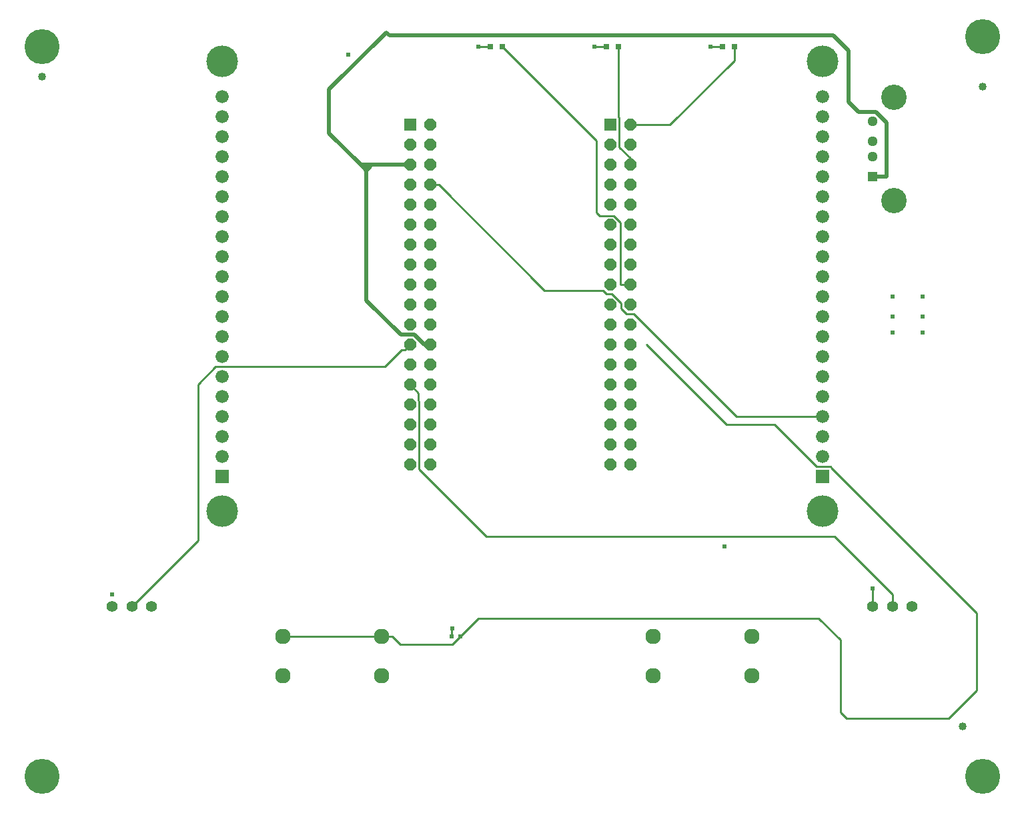
<source format=gbr>
G04 EAGLE Gerber RS-274X export*
G75*
%MOMM*%
%FSLAX34Y34*%
%LPD*%
%INBottom Copper*%
%IPPOS*%
%AMOC8*
5,1,8,0,0,1.08239X$1,22.5*%
G01*
%ADD10R,1.524000X1.524000*%
%ADD11P,1.649562X8X292.500000*%
%ADD12R,1.288000X1.288000*%
%ADD13C,1.288000*%
%ADD14C,3.220000*%
%ADD15C,1.400000*%
%ADD16R,0.800000X0.800000*%
%ADD17C,1.960000*%
%ADD18R,0.609600X0.508000*%
%ADD19R,1.676400X1.676400*%
%ADD20C,1.676400*%
%ADD21C,4.016000*%
%ADD22C,4.445000*%
%ADD23C,1.016000*%
%ADD24C,0.609600*%
%ADD25C,0.254000*%
%ADD26C,0.508000*%


D10*
X505200Y865460D03*
D11*
X530600Y865460D03*
X505200Y840060D03*
X530600Y840060D03*
X505200Y814660D03*
X530600Y814660D03*
X505200Y789260D03*
X530600Y789260D03*
X505200Y763860D03*
X530600Y763860D03*
X505200Y738460D03*
X530600Y738460D03*
X505200Y713060D03*
X530600Y713060D03*
X505200Y687660D03*
X530600Y687660D03*
X505200Y662260D03*
X530600Y662260D03*
X505200Y636860D03*
X530600Y636860D03*
X505200Y611460D03*
X530600Y611460D03*
X505200Y586060D03*
X530600Y586060D03*
X505200Y560660D03*
X530600Y560660D03*
X505200Y535260D03*
X530600Y535260D03*
X505200Y509860D03*
X530600Y509860D03*
X505200Y484460D03*
X530600Y484460D03*
X505200Y459060D03*
X530600Y459060D03*
X505200Y433660D03*
X530600Y433660D03*
D10*
X759200Y865460D03*
D11*
X784600Y865460D03*
X759200Y840060D03*
X784600Y840060D03*
X759200Y814660D03*
X784600Y814660D03*
X759200Y789260D03*
X784600Y789260D03*
X759200Y763860D03*
X784600Y763860D03*
X759200Y738460D03*
X784600Y738460D03*
X759200Y713060D03*
X784600Y713060D03*
X759200Y687660D03*
X784600Y687660D03*
X759200Y662260D03*
X784600Y662260D03*
X759200Y636860D03*
X784600Y636860D03*
X759200Y611460D03*
X784600Y611460D03*
X759200Y586060D03*
X784600Y586060D03*
X759200Y560660D03*
X784600Y560660D03*
X759200Y535260D03*
X784600Y535260D03*
X759200Y509860D03*
X784600Y509860D03*
X759200Y484460D03*
X784600Y484460D03*
X759200Y459060D03*
X784600Y459060D03*
X759200Y433660D03*
X784600Y433660D03*
D12*
X1092200Y800100D03*
D13*
X1092200Y825100D03*
X1092200Y845100D03*
X1092200Y870100D03*
D14*
X1119300Y769400D03*
X1119300Y900800D03*
D15*
X1142600Y254000D03*
X1117600Y254000D03*
X1092600Y254000D03*
X177400Y254000D03*
X152400Y254000D03*
X127400Y254000D03*
D16*
X622180Y965200D03*
X607180Y965200D03*
X769500Y965200D03*
X754500Y965200D03*
X916820Y965200D03*
X901820Y965200D03*
D17*
X938800Y215500D03*
X938800Y165500D03*
X813800Y165500D03*
X813800Y215500D03*
X468900Y215500D03*
X468900Y165500D03*
X343900Y165500D03*
X343900Y215500D03*
D18*
X569468Y215900D03*
X558292Y215900D03*
D19*
X266700Y419100D03*
D20*
X266700Y444500D03*
X266700Y469900D03*
X266700Y495300D03*
X266700Y520700D03*
X266700Y546100D03*
X266700Y571500D03*
X266700Y596900D03*
X266700Y622300D03*
X266700Y647700D03*
X266700Y673100D03*
X266700Y698500D03*
X266700Y723900D03*
X266700Y749300D03*
X266700Y774700D03*
X266700Y800100D03*
X266700Y825500D03*
X266700Y850900D03*
X266700Y876300D03*
X266700Y901700D03*
D19*
X1028700Y419100D03*
D20*
X1028700Y444500D03*
X1028700Y469900D03*
X1028700Y495300D03*
X1028700Y520700D03*
X1028700Y546100D03*
X1028700Y571500D03*
X1028700Y596900D03*
X1028700Y622300D03*
X1028700Y647700D03*
X1028700Y673100D03*
X1028700Y698500D03*
X1028700Y723900D03*
X1028700Y749300D03*
X1028700Y774700D03*
X1028700Y800100D03*
X1028700Y825500D03*
X1028700Y850900D03*
X1028700Y876300D03*
X1028700Y901700D03*
D21*
X1028700Y374650D03*
X1028700Y946150D03*
X266700Y374650D03*
X266700Y946150D03*
D22*
X1231900Y977900D03*
X1231900Y38100D03*
X38100Y38100D03*
X38100Y965200D03*
D23*
X1206500Y101600D03*
X38100Y927100D03*
X1231900Y914400D03*
D24*
X1117600Y647700D03*
X1117600Y622300D03*
X1117600Y601980D03*
X1155700Y601980D03*
X1155700Y622300D03*
X1155700Y647700D03*
X127000Y269240D03*
D25*
X1092200Y254400D02*
X1092600Y254000D01*
X1092200Y254400D02*
X1092200Y276860D01*
D24*
X1092200Y276860D03*
X426720Y955040D03*
D25*
X591820Y965200D02*
X607180Y965200D01*
D24*
X591820Y965200D03*
D25*
X739140Y965200D02*
X754500Y965200D01*
D24*
X739140Y965200D03*
D25*
X886460Y965200D02*
X901820Y965200D01*
D24*
X886460Y965200D03*
X904240Y330200D03*
D25*
X558292Y225552D02*
X558292Y215900D01*
X558292Y225552D02*
X558800Y226060D01*
D24*
X558800Y226060D03*
D26*
X1074180Y881620D02*
X1096972Y881620D01*
X1061480Y894320D02*
X1061480Y959728D01*
X1042278Y978930D01*
X1061480Y894320D02*
X1074180Y881620D01*
X479030Y978930D02*
X474980Y982980D01*
X402590Y910590D01*
X402590Y854710D01*
X442640Y814660D02*
X449580Y814660D01*
X505200Y814660D01*
X479030Y978930D02*
X1042278Y978930D01*
X442640Y814660D02*
X402590Y854710D01*
X1109980Y868612D02*
X1109980Y800100D01*
X1092200Y800100D01*
X1109980Y868612D02*
X1096972Y881620D01*
X449580Y814660D02*
X449580Y807720D01*
X449580Y642620D01*
X523161Y586060D02*
X530600Y586060D01*
X510461Y598760D02*
X493440Y598760D01*
X510461Y598760D02*
X523161Y586060D01*
X493440Y598760D02*
X449580Y642620D01*
X449580Y807720D02*
X442640Y814660D01*
X449580Y807720D02*
X454660Y812800D01*
D25*
X919480Y495300D02*
X1028700Y495300D01*
X779866Y625430D02*
X773170Y632126D01*
X754466Y650830D02*
X749976Y655320D01*
X779866Y625430D02*
X789350Y625430D01*
X773170Y632126D02*
X773170Y639055D01*
X761395Y650830D01*
X754466Y650830D01*
X541700Y789260D02*
X530600Y789260D01*
X789350Y625430D02*
X919480Y495300D01*
X749976Y655320D02*
X675640Y655320D01*
X541700Y789260D01*
X507320Y738460D02*
X505200Y738460D01*
X472440Y215500D02*
X468900Y215500D01*
X472440Y215500D02*
X483000Y215500D01*
X492760Y205740D01*
X559308Y205740D01*
X569468Y215900D01*
X468900Y215500D02*
X343900Y215500D01*
X569468Y215900D02*
X592328Y238760D01*
X1023620Y238760D01*
X1051290Y177244D02*
X1051560Y176974D01*
X1051560Y119380D01*
X1051290Y211090D02*
X1023620Y238760D01*
X1051290Y211090D02*
X1051290Y177244D01*
X1051560Y119380D02*
X1059180Y111760D01*
X1188720Y111760D01*
X1224280Y147320D01*
X1224280Y175260D01*
X1224280Y228600D01*
X1040892Y429060D02*
X1038660Y431292D01*
X1021588Y431292D01*
X1005840Y447040D01*
X1224280Y245672D02*
X1224280Y228600D01*
X1224280Y245672D02*
X1040892Y429060D01*
X1005840Y447040D02*
X967740Y485140D01*
X911860Y485140D01*
X906780Y485140D01*
X805180Y586740D01*
X741680Y845700D02*
X622180Y965200D01*
X741680Y845700D02*
X741680Y754380D01*
X746170Y749890D01*
X772145Y741680D02*
X772160Y741680D01*
X763935Y749890D02*
X746170Y749890D01*
X763935Y749890D02*
X772145Y741680D01*
X772160Y741680D02*
X772160Y662940D01*
X772840Y662260D01*
X784600Y662260D01*
X769500Y875788D02*
X769500Y965200D01*
X769500Y875788D02*
X770630Y874658D01*
X770630Y837190D01*
X784600Y823220D02*
X784600Y814660D01*
X784600Y823220D02*
X770630Y837190D01*
X916820Y947300D02*
X916820Y965200D01*
X834980Y865460D02*
X784600Y865460D01*
X834980Y865460D02*
X916820Y947300D01*
X236220Y337820D02*
X152400Y254000D01*
X236220Y337820D02*
X236220Y535940D01*
X258572Y558292D01*
X498850Y579710D02*
X505200Y586060D01*
X494530Y579710D02*
X473112Y558292D01*
X494530Y579710D02*
X498850Y579710D01*
X473112Y558292D02*
X258572Y558292D01*
X1117600Y269240D02*
X1117600Y254000D01*
X516630Y514595D02*
X515620Y515605D01*
X516630Y514595D02*
X516630Y428250D01*
X515620Y524840D02*
X505200Y535260D01*
X1043940Y342900D02*
X1117600Y269240D01*
X1043940Y342900D02*
X601980Y342900D01*
X516630Y428250D01*
X515620Y515605D02*
X515620Y524840D01*
M02*

</source>
